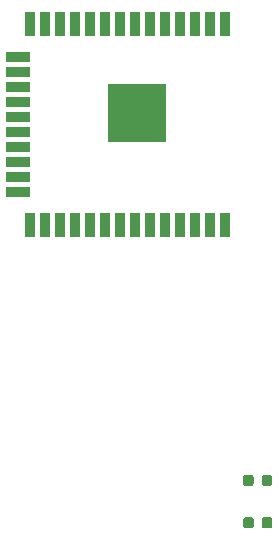
<source format=gbr>
G04 #@! TF.GenerationSoftware,KiCad,Pcbnew,5.1.4+dfsg1-1*
G04 #@! TF.CreationDate,2020-04-05T14:55:26+02:00*
G04 #@! TF.ProjectId,led-multiott,6c65642d-6d75-46c7-9469-6f74742e6b69,rev?*
G04 #@! TF.SameCoordinates,Original*
G04 #@! TF.FileFunction,Paste,Top*
G04 #@! TF.FilePolarity,Positive*
%FSLAX46Y46*%
G04 Gerber Fmt 4.6, Leading zero omitted, Abs format (unit mm)*
G04 Created by KiCad (PCBNEW 5.1.4+dfsg1-1) date 2020-04-05 14:55:26*
%MOMM*%
%LPD*%
G04 APERTURE LIST*
%ADD10C,0.100000*%
%ADD11C,0.875000*%
%ADD12R,0.900000X2.000000*%
%ADD13R,2.000000X0.900000*%
%ADD14R,5.000000X5.000000*%
G04 APERTURE END LIST*
D10*
G36*
X231952691Y-91936052D02*
G01*
X231973926Y-91939202D01*
X231994750Y-91944418D01*
X232014962Y-91951650D01*
X232034368Y-91960829D01*
X232052781Y-91971865D01*
X232070024Y-91984653D01*
X232085930Y-91999069D01*
X232100346Y-92014975D01*
X232113134Y-92032218D01*
X232124170Y-92050631D01*
X232133349Y-92070037D01*
X232140581Y-92090249D01*
X232145797Y-92111073D01*
X232148947Y-92132308D01*
X232150000Y-92153749D01*
X232150000Y-92666249D01*
X232148947Y-92687690D01*
X232145797Y-92708925D01*
X232140581Y-92729749D01*
X232133349Y-92749961D01*
X232124170Y-92769367D01*
X232113134Y-92787780D01*
X232100346Y-92805023D01*
X232085930Y-92820929D01*
X232070024Y-92835345D01*
X232052781Y-92848133D01*
X232034368Y-92859169D01*
X232014962Y-92868348D01*
X231994750Y-92875580D01*
X231973926Y-92880796D01*
X231952691Y-92883946D01*
X231931250Y-92884999D01*
X231493750Y-92884999D01*
X231472309Y-92883946D01*
X231451074Y-92880796D01*
X231430250Y-92875580D01*
X231410038Y-92868348D01*
X231390632Y-92859169D01*
X231372219Y-92848133D01*
X231354976Y-92835345D01*
X231339070Y-92820929D01*
X231324654Y-92805023D01*
X231311866Y-92787780D01*
X231300830Y-92769367D01*
X231291651Y-92749961D01*
X231284419Y-92729749D01*
X231279203Y-92708925D01*
X231276053Y-92687690D01*
X231275000Y-92666249D01*
X231275000Y-92153749D01*
X231276053Y-92132308D01*
X231279203Y-92111073D01*
X231284419Y-92090249D01*
X231291651Y-92070037D01*
X231300830Y-92050631D01*
X231311866Y-92032218D01*
X231324654Y-92014975D01*
X231339070Y-91999069D01*
X231354976Y-91984653D01*
X231372219Y-91971865D01*
X231390632Y-91960829D01*
X231410038Y-91951650D01*
X231430250Y-91944418D01*
X231451074Y-91939202D01*
X231472309Y-91936052D01*
X231493750Y-91934999D01*
X231931250Y-91934999D01*
X231952691Y-91936052D01*
X231952691Y-91936052D01*
G37*
D11*
X231712500Y-92409999D03*
D10*
G36*
X233527691Y-91936052D02*
G01*
X233548926Y-91939202D01*
X233569750Y-91944418D01*
X233589962Y-91951650D01*
X233609368Y-91960829D01*
X233627781Y-91971865D01*
X233645024Y-91984653D01*
X233660930Y-91999069D01*
X233675346Y-92014975D01*
X233688134Y-92032218D01*
X233699170Y-92050631D01*
X233708349Y-92070037D01*
X233715581Y-92090249D01*
X233720797Y-92111073D01*
X233723947Y-92132308D01*
X233725000Y-92153749D01*
X233725000Y-92666249D01*
X233723947Y-92687690D01*
X233720797Y-92708925D01*
X233715581Y-92729749D01*
X233708349Y-92749961D01*
X233699170Y-92769367D01*
X233688134Y-92787780D01*
X233675346Y-92805023D01*
X233660930Y-92820929D01*
X233645024Y-92835345D01*
X233627781Y-92848133D01*
X233609368Y-92859169D01*
X233589962Y-92868348D01*
X233569750Y-92875580D01*
X233548926Y-92880796D01*
X233527691Y-92883946D01*
X233506250Y-92884999D01*
X233068750Y-92884999D01*
X233047309Y-92883946D01*
X233026074Y-92880796D01*
X233005250Y-92875580D01*
X232985038Y-92868348D01*
X232965632Y-92859169D01*
X232947219Y-92848133D01*
X232929976Y-92835345D01*
X232914070Y-92820929D01*
X232899654Y-92805023D01*
X232886866Y-92787780D01*
X232875830Y-92769367D01*
X232866651Y-92749961D01*
X232859419Y-92729749D01*
X232854203Y-92708925D01*
X232851053Y-92687690D01*
X232850000Y-92666249D01*
X232850000Y-92153749D01*
X232851053Y-92132308D01*
X232854203Y-92111073D01*
X232859419Y-92090249D01*
X232866651Y-92070037D01*
X232875830Y-92050631D01*
X232886866Y-92032218D01*
X232899654Y-92014975D01*
X232914070Y-91999069D01*
X232929976Y-91984653D01*
X232947219Y-91971865D01*
X232965632Y-91960829D01*
X232985038Y-91951650D01*
X233005250Y-91944418D01*
X233026074Y-91939202D01*
X233047309Y-91936052D01*
X233068750Y-91934999D01*
X233506250Y-91934999D01*
X233527691Y-91936052D01*
X233527691Y-91936052D01*
G37*
D11*
X233287500Y-92409999D03*
D10*
G36*
X231952691Y-95526053D02*
G01*
X231973926Y-95529203D01*
X231994750Y-95534419D01*
X232014962Y-95541651D01*
X232034368Y-95550830D01*
X232052781Y-95561866D01*
X232070024Y-95574654D01*
X232085930Y-95589070D01*
X232100346Y-95604976D01*
X232113134Y-95622219D01*
X232124170Y-95640632D01*
X232133349Y-95660038D01*
X232140581Y-95680250D01*
X232145797Y-95701074D01*
X232148947Y-95722309D01*
X232150000Y-95743750D01*
X232150000Y-96256250D01*
X232148947Y-96277691D01*
X232145797Y-96298926D01*
X232140581Y-96319750D01*
X232133349Y-96339962D01*
X232124170Y-96359368D01*
X232113134Y-96377781D01*
X232100346Y-96395024D01*
X232085930Y-96410930D01*
X232070024Y-96425346D01*
X232052781Y-96438134D01*
X232034368Y-96449170D01*
X232014962Y-96458349D01*
X231994750Y-96465581D01*
X231973926Y-96470797D01*
X231952691Y-96473947D01*
X231931250Y-96475000D01*
X231493750Y-96475000D01*
X231472309Y-96473947D01*
X231451074Y-96470797D01*
X231430250Y-96465581D01*
X231410038Y-96458349D01*
X231390632Y-96449170D01*
X231372219Y-96438134D01*
X231354976Y-96425346D01*
X231339070Y-96410930D01*
X231324654Y-96395024D01*
X231311866Y-96377781D01*
X231300830Y-96359368D01*
X231291651Y-96339962D01*
X231284419Y-96319750D01*
X231279203Y-96298926D01*
X231276053Y-96277691D01*
X231275000Y-96256250D01*
X231275000Y-95743750D01*
X231276053Y-95722309D01*
X231279203Y-95701074D01*
X231284419Y-95680250D01*
X231291651Y-95660038D01*
X231300830Y-95640632D01*
X231311866Y-95622219D01*
X231324654Y-95604976D01*
X231339070Y-95589070D01*
X231354976Y-95574654D01*
X231372219Y-95561866D01*
X231390632Y-95550830D01*
X231410038Y-95541651D01*
X231430250Y-95534419D01*
X231451074Y-95529203D01*
X231472309Y-95526053D01*
X231493750Y-95525000D01*
X231931250Y-95525000D01*
X231952691Y-95526053D01*
X231952691Y-95526053D01*
G37*
D11*
X231712500Y-96000000D03*
D10*
G36*
X233527691Y-95526053D02*
G01*
X233548926Y-95529203D01*
X233569750Y-95534419D01*
X233589962Y-95541651D01*
X233609368Y-95550830D01*
X233627781Y-95561866D01*
X233645024Y-95574654D01*
X233660930Y-95589070D01*
X233675346Y-95604976D01*
X233688134Y-95622219D01*
X233699170Y-95640632D01*
X233708349Y-95660038D01*
X233715581Y-95680250D01*
X233720797Y-95701074D01*
X233723947Y-95722309D01*
X233725000Y-95743750D01*
X233725000Y-96256250D01*
X233723947Y-96277691D01*
X233720797Y-96298926D01*
X233715581Y-96319750D01*
X233708349Y-96339962D01*
X233699170Y-96359368D01*
X233688134Y-96377781D01*
X233675346Y-96395024D01*
X233660930Y-96410930D01*
X233645024Y-96425346D01*
X233627781Y-96438134D01*
X233609368Y-96449170D01*
X233589962Y-96458349D01*
X233569750Y-96465581D01*
X233548926Y-96470797D01*
X233527691Y-96473947D01*
X233506250Y-96475000D01*
X233068750Y-96475000D01*
X233047309Y-96473947D01*
X233026074Y-96470797D01*
X233005250Y-96465581D01*
X232985038Y-96458349D01*
X232965632Y-96449170D01*
X232947219Y-96438134D01*
X232929976Y-96425346D01*
X232914070Y-96410930D01*
X232899654Y-96395024D01*
X232886866Y-96377781D01*
X232875830Y-96359368D01*
X232866651Y-96339962D01*
X232859419Y-96319750D01*
X232854203Y-96298926D01*
X232851053Y-96277691D01*
X232850000Y-96256250D01*
X232850000Y-95743750D01*
X232851053Y-95722309D01*
X232854203Y-95701074D01*
X232859419Y-95680250D01*
X232866651Y-95660038D01*
X232875830Y-95640632D01*
X232886866Y-95622219D01*
X232899654Y-95604976D01*
X232914070Y-95589070D01*
X232929976Y-95574654D01*
X232947219Y-95561866D01*
X232965632Y-95550830D01*
X232985038Y-95541651D01*
X233005250Y-95534419D01*
X233026074Y-95529203D01*
X233047309Y-95526053D01*
X233068750Y-95525000D01*
X233506250Y-95525000D01*
X233527691Y-95526053D01*
X233527691Y-95526053D01*
G37*
D11*
X233287500Y-96000000D03*
D12*
X229755000Y-70775000D03*
X228485000Y-70775000D03*
X227215000Y-70775000D03*
X225945000Y-70775000D03*
X224675000Y-70775000D03*
X223405000Y-70775000D03*
X222135000Y-70775000D03*
X220865000Y-70775000D03*
X219595000Y-70775000D03*
X218325000Y-70775000D03*
X217055000Y-70775000D03*
X215785000Y-70775000D03*
X214515000Y-70775000D03*
X213245000Y-70775000D03*
D13*
X212245000Y-67990000D03*
X212245000Y-66720000D03*
X212245000Y-65450000D03*
X212245000Y-64180000D03*
X212245000Y-62910000D03*
X212245000Y-61640000D03*
X212245000Y-60370000D03*
X212245000Y-59100000D03*
X212245000Y-57830000D03*
X212245000Y-56560000D03*
D12*
X213245000Y-53775000D03*
X214515000Y-53775000D03*
X215785000Y-53775000D03*
X217055000Y-53775000D03*
X218325000Y-53775000D03*
X219595000Y-53775000D03*
X220865000Y-53775000D03*
X222135000Y-53775000D03*
X223405000Y-53775000D03*
X224675000Y-53775000D03*
X225945000Y-53775000D03*
X227215000Y-53775000D03*
X228485000Y-53775000D03*
X229755000Y-53775000D03*
D14*
X222255000Y-61275000D03*
M02*

</source>
